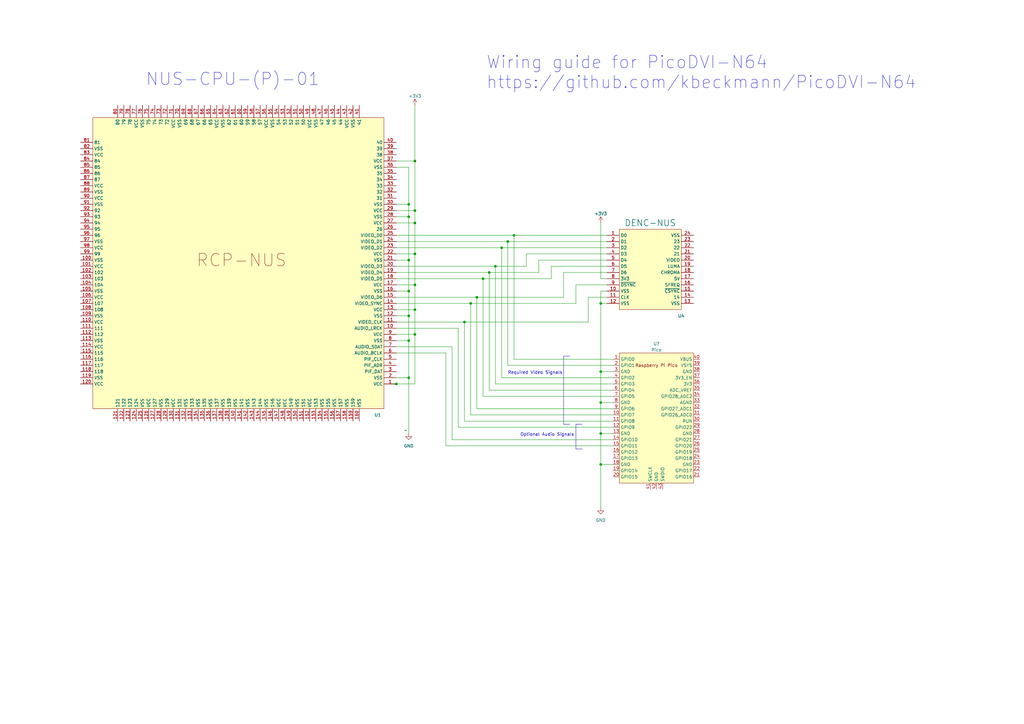
<source format=kicad_sch>
(kicad_sch (version 20230121) (generator eeschema)
  (paper "A3")
  (title_block (title "NUS-CPU-(P)-01") (date "2023-04-05"))
  (lib_symbols
    (symbol "RPi_Pico:Pico"
      (property "Reference" "U" (at -13.97 27.94 0))
      (property "Value" "Pico" (at 0 19.05 0))
      (symbol "Pico_0_0"
        (text "Raspberry Pi Pico" (at 0 21.59 0) (effects (font (size 1.27 1.27))))
      )
      (symbol "Pico_0_1"
        (rectangle (start -15.24 26.67) (end 15.24 -26.67) (fill (type background)))
      )
      (symbol "Pico_1_1"
        (pin bidirectional line (at -17.78 24.13 0) (length 2.54) (name "GPIO0") (number "1"))
        (pin bidirectional line (at -17.78 1.27 0) (length 2.54) (name "GPIO7") (number "10"))
        (pin bidirectional line (at -17.78 -1.27 0) (length 2.54) (name "GPIO8") (number "11"))
        (pin bidirectional line (at -17.78 -3.81 0) (length 2.54) (name "GPIO9") (number "12"))
        (pin power_in line (at -17.78 -6.35 0) (length 2.54) (name "GND") (number "13"))
        (pin bidirectional line (at -17.78 -8.89 0) (length 2.54) (name "GPIO10") (number "14"))
        (pin bidirectional line (at -17.78 -11.43 0) (length 2.54) (name "GPIO11") (number "15"))
        (pin bidirectional line (at -17.78 -13.97 0) (length 2.54) (name "GPIO12") (number "16"))
        (pin bidirectional line (at -17.78 -16.51 0) (length 2.54) (name "GPIO13") (number "17"))
        (pin power_in line (at -17.78 -19.05 0) (length 2.54) (name "GND") (number "18"))
        (pin bidirectional line (at -17.78 -21.59 0) (length 2.54) (name "GPIO14") (number "19"))
        (pin bidirectional line (at -17.78 21.59 0) (length 2.54) (name "GPIO1") (number "2"))
        (pin bidirectional line (at -17.78 -24.13 0) (length 2.54) (name "GPIO15") (number "20"))
        (pin bidirectional line (at 17.78 -24.13 180) (length 2.54) (name "GPIO16") (number "21"))
        (pin bidirectional line (at 17.78 -21.59 180) (length 2.54) (name "GPIO17") (number "22"))
        (pin power_in line (at 17.78 -19.05 180) (length 2.54) (name "GND") (number "23"))
        (pin bidirectional line (at 17.78 -16.51 180) (length 2.54) (name "GPIO18") (number "24"))
        (pin bidirectional line (at 17.78 -13.97 180) (length 2.54) (name "GPIO19") (number "25"))
        (pin bidirectional line (at 17.78 -11.43 180) (length 2.54) (name "GPIO20") (number "26"))
        (pin bidirectional line (at 17.78 -8.89 180) (length 2.54) (name "GPIO21") (number "27"))
        (pin power_in line (at 17.78 -6.35 180) (length 2.54) (name "GND") (number "28"))
        (pin bidirectional line (at 17.78 -3.81 180) (length 2.54) (name "GPIO22") (number "29"))
        (pin power_in line (at -17.78 19.05 0) (length 2.54) (name "GND") (number "3"))
        (pin input line (at 17.78 -1.27 180) (length 2.54) (name "RUN") (number "30"))
        (pin bidirectional line (at 17.78 1.27 180) (length 2.54) (name "GPIO26_ADC0") (number "31"))
        (pin bidirectional line (at 17.78 3.81 180) (length 2.54) (name "GPIO27_ADC1") (number "32"))
        (pin power_in line (at 17.78 6.35 180) (length 2.54) (name "AGND") (number "33"))
        (pin bidirectional line (at 17.78 8.89 180) (length 2.54) (name "GPIO28_ADC2") (number "34"))
        (pin power_in line (at 17.78 11.43 180) (length 2.54) (name "ADC_VREF") (number "35"))
        (pin power_in line (at 17.78 13.97 180) (length 2.54) (name "3V3") (number "36"))
        (pin input line (at 17.78 16.51 180) (length 2.54) (name "3V3_EN") (number "37"))
        (pin bidirectional line (at 17.78 19.05 180) (length 2.54) (name "GND") (number "38"))
        (pin power_in line (at 17.78 21.59 180) (length 2.54) (name "VSYS") (number "39"))
        (pin bidirectional line (at -17.78 16.51 0) (length 2.54) (name "GPIO2") (number "4"))
        (pin power_in line (at 17.78 24.13 180) (length 2.54) (name "VBUS") (number "40"))
        (pin input line (at -2.54 -29.21 90) (length 2.54) (name "SWCLK") (number "41"))
        (pin power_in line (at 0 -29.21 90) (length 2.54) (name "GND") (number "42"))
        (pin bidirectional line (at 2.54 -29.21 90) (length 2.54) (name "SWDIO") (number "43"))
        (pin bidirectional line (at -17.78 13.97 0) (length 2.54) (name "GPIO3") (number "5"))
        (pin bidirectional line (at -17.78 11.43 0) (length 2.54) (name "GPIO4") (number "6"))
        (pin bidirectional line (at -17.78 8.89 0) (length 2.54) (name "GPIO5") (number "7"))
        (pin power_in line (at -17.78 6.35 0) (length 2.54) (name "GND") (number "8"))
        (pin bidirectional line (at -17.78 3.81 0) (length 2.54) (name "GPIO6") (number "9"))
      )
    )
    (symbol "n64:DENC-NUS"
      (property "Reference" "U" (at -2.54 0 0))
      (property "Value" "DENC-NUS" (at -15.24 38.1 0))
      (symbol "DENC-NUS_1_1"
        (rectangle (start -27.94 35.56) (end -2.54 2.54) (fill (type background)))
        (pin bidirectional line (at -33.02 33.02 0) (length 5.08) (name "D0") (number "1"))
        (pin power_in line (at -33.02 10.16 0) (length 5.08) (name "VSS") (number "10"))
        (pin bidirectional line (at -33.02 7.62 0) (length 5.08) (name "CLK") (number "11"))
        (pin power_in line (at -33.02 5.08 0) (length 5.08) (name "VSS") (number "12"))
        (pin power_in line (at 2.54 5.08 180) (length 5.08) (name "VSS") (number "13"))
        (pin bidirectional line (at 2.54 7.62 180) (length 5.08) (name "14") (number "14"))
        (pin bidirectional line (at 2.54 10.16 180) (length 5.08) (name "~{CSYNC}") (number "15"))
        (pin bidirectional line (at 2.54 12.7 180) (length 5.08) (name "SFREQ") (number "16"))
        (pin power_in line (at 2.54 15.24 180) (length 5.08) (name "5V") (number "17"))
        (pin bidirectional line (at 2.54 17.78 180) (length 5.08) (name "CHROMA") (number "18"))
        (pin bidirectional line (at 2.54 20.32 180) (length 5.08) (name "LUMA") (number "19"))
        (pin bidirectional line (at -33.02 30.48 0) (length 5.08) (name "D1") (number "2"))
        (pin bidirectional line (at 2.54 22.86 180) (length 5.08) (name "VIDEO") (number "20"))
        (pin bidirectional line (at 2.54 25.4 180) (length 5.08) (name "21") (number "21"))
        (pin bidirectional line (at 2.54 27.94 180) (length 5.08) (name "22") (number "22"))
        (pin bidirectional line (at 2.54 30.48 180) (length 5.08) (name "23") (number "23"))
        (pin power_in line (at 2.54 33.02 180) (length 5.08) (name "VSS") (number "24"))
        (pin bidirectional line (at -33.02 27.94 0) (length 5.08) (name "D2") (number "3"))
        (pin bidirectional line (at -33.02 25.4 0) (length 5.08) (name "D3") (number "4"))
        (pin bidirectional line (at -33.02 22.86 0) (length 5.08) (name "D4") (number "5"))
        (pin bidirectional line (at -33.02 20.32 0) (length 5.08) (name "D5") (number "6"))
        (pin bidirectional line (at -33.02 17.78 0) (length 5.08) (name "D6") (number "7"))
        (pin power_in line (at -33.02 15.24 0) (length 5.08) (name "3V3") (number "8"))
        (pin bidirectional line (at -33.02 12.7 0) (length 5.08) (name "~{DSYNC}") (number "9"))
      )
    )
    (symbol "n64:RCP-NUS"
      (property "Reference" "U" (at 8.89 6.35 0))
      (symbol "RCP-NUS_1_1"
        (rectangle (start -119.38 134.62) (end 0 15.24) (fill (type background)))
        (text "RCP-NUS" (at -58.42 76.2 0) (effects (font (size 5.08 5.08))))
        (pin bidirectional line (at 5.08 25.4 180) (length 5.08) (name "VCC") (number "1"))
        (pin bidirectional line (at 5.08 48.26 180) (length 5.08) (name "AUDIO_LRCK") (number "10"))
        (pin bidirectional line (at -124.46 76.2 0) (length 5.08) (name "VSS") (number "100"))
        (pin bidirectional line (at -124.46 73.66 0) (length 5.08) (name "VCC") (number "101"))
        (pin bidirectional line (at -124.46 71.12 0) (length 5.08) (name "102") (number "102"))
        (pin bidirectional line (at -124.46 68.58 0) (length 5.08) (name "103") (number "103"))
        (pin bidirectional line (at -124.46 66.04 0) (length 5.08) (name "104") (number "104"))
        (pin bidirectional line (at -124.46 63.5 0) (length 5.08) (name "VSS") (number "105"))
        (pin bidirectional line (at -124.46 60.96 0) (length 5.08) (name "VCC") (number "106"))
        (pin bidirectional line (at -124.46 58.42 0) (length 5.08) (name "107") (number "107"))
        (pin bidirectional line (at -124.46 55.88 0) (length 5.08) (name "108") (number "108"))
        (pin bidirectional line (at -124.46 53.34 0) (length 5.08) (name "VSS") (number "109"))
        (pin bidirectional line (at 5.08 50.8 180) (length 5.08) (name "VIDEO_CLK") (number "11"))
        (pin bidirectional line (at -124.46 50.8 0) (length 5.08) (name "VCC") (number "110"))
        (pin bidirectional line (at -124.46 48.26 0) (length 5.08) (name "111") (number "111"))
        (pin bidirectional line (at -124.46 45.72 0) (length 5.08) (name "112") (number "112"))
        (pin bidirectional line (at -124.46 43.18 0) (length 5.08) (name "VSS") (number "113"))
        (pin bidirectional line (at -124.46 40.64 0) (length 5.08) (name "VCC") (number "114"))
        (pin bidirectional line (at -124.46 38.1 0) (length 5.08) (name "115") (number "115"))
        (pin bidirectional line (at -124.46 35.56 0) (length 5.08) (name "116") (number "116"))
        (pin bidirectional line (at -124.46 33.02 0) (length 5.08) (name "117") (number "117"))
        (pin bidirectional line (at -124.46 30.48 0) (length 5.08) (name "118") (number "118"))
        (pin bidirectional line (at -124.46 27.94 0) (length 5.08) (name "VSS") (number "119"))
        (pin bidirectional line (at 5.08 53.34 180) (length 5.08) (name "VSS") (number "12"))
        (pin bidirectional line (at -124.46 25.4 0) (length 5.08) (name "VCC") (number "120"))
        (pin bidirectional line (at -109.22 10.16 90) (length 5.08) (name "121") (number "121"))
        (pin bidirectional line (at -106.68 10.16 90) (length 5.08) (name "122") (number "122"))
        (pin bidirectional line (at -104.14 10.16 90) (length 5.08) (name "123") (number "123"))
        (pin bidirectional line (at -101.6 10.16 90) (length 5.08) (name "124") (number "124"))
        (pin bidirectional line (at -99.06 10.16 90) (length 5.08) (name "VSS") (number "125"))
        (pin bidirectional line (at -96.52 10.16 90) (length 5.08) (name "VCC") (number "126"))
        (pin bidirectional line (at -93.98 10.16 90) (length 5.08) (name "127") (number "127"))
        (pin bidirectional line (at -91.44 10.16 90) (length 5.08) (name "VSS") (number "128"))
        (pin bidirectional line (at -88.9 10.16 90) (length 5.08) (name "129") (number "129"))
        (pin bidirectional line (at 5.08 55.88 180) (length 5.08) (name "VCC") (number "13"))
        (pin bidirectional line (at -86.36 10.16 90) (length 5.08) (name "VCC") (number "130"))
        (pin bidirectional line (at -83.82 10.16 90) (length 5.08) (name "131") (number "131"))
        (pin bidirectional line (at -81.28 10.16 90) (length 5.08) (name "VSS") (number "132"))
        (pin bidirectional line (at -78.74 10.16 90) (length 5.08) (name "133") (number "133"))
        (pin bidirectional line (at -76.2 10.16 90) (length 5.08) (name "VSS") (number "134"))
        (pin bidirectional line (at -73.66 10.16 90) (length 5.08) (name "135") (number "135"))
        (pin bidirectional line (at -71.12 10.16 90) (length 5.08) (name "VSS") (number "136"))
        (pin bidirectional line (at -68.58 10.16 90) (length 5.08) (name "137") (number "137"))
        (pin bidirectional line (at -66.04 10.16 90) (length 5.08) (name "VSS") (number "138"))
        (pin bidirectional line (at -63.5 10.16 90) (length 5.08) (name "139") (number "139"))
        (pin bidirectional line (at 5.08 58.42 180) (length 5.08) (name "VIDEO_SYNC") (number "14"))
        (pin bidirectional line (at -60.96 10.16 90) (length 5.08) (name "VSS") (number "140"))
        (pin bidirectional line (at -58.42 10.16 90) (length 5.08) (name "141") (number "141"))
        (pin bidirectional line (at -55.88 10.16 90) (length 5.08) (name "VSS") (number "142"))
        (pin bidirectional line (at -53.34 10.16 90) (length 5.08) (name "143") (number "143"))
        (pin bidirectional line (at -50.8 10.16 90) (length 5.08) (name "144") (number "144"))
        (pin bidirectional line (at -48.26 10.16 90) (length 5.08) (name "VSS") (number "145"))
        (pin bidirectional line (at -45.72 10.16 90) (length 5.08) (name "146") (number "146"))
        (pin bidirectional line (at -43.18 10.16 90) (length 5.08) (name "VCC") (number "147"))
        (pin bidirectional line (at -40.64 10.16 90) (length 5.08) (name "VCC") (number "148"))
        (pin bidirectional line (at -38.1 10.16 90) (length 5.08) (name "149") (number "149"))
        (pin bidirectional line (at 5.08 60.96 180) (length 5.08) (name "VIDEO_D6") (number "15"))
        (pin bidirectional line (at -35.56 10.16 90) (length 5.08) (name "VSS") (number "150"))
        (pin bidirectional line (at -33.02 10.16 90) (length 5.08) (name "151") (number "151"))
        (pin bidirectional line (at -30.48 10.16 90) (length 5.08) (name "VCC") (number "152"))
        (pin bidirectional line (at -27.94 10.16 90) (length 5.08) (name "153") (number "153"))
        (pin bidirectional line (at -25.4 10.16 90) (length 5.08) (name "VSS") (number "154"))
        (pin bidirectional line (at -22.86 10.16 90) (length 5.08) (name "155") (number "155"))
        (pin bidirectional line (at -20.32 10.16 90) (length 5.08) (name "VSS") (number "156"))
        (pin bidirectional line (at -17.78 10.16 90) (length 5.08) (name "157") (number "157"))
        (pin bidirectional line (at -15.24 10.16 90) (length 5.08) (name "VSS") (number "158"))
        (pin bidirectional line (at -12.7 10.16 90) (length 5.08) (name "159") (number "159"))
        (pin bidirectional line (at 5.08 63.5 180) (length 5.08) (name "VSS") (number "16"))
        (pin bidirectional line (at -10.16 10.16 90) (length 5.08) (name "VSS") (number "160"))
        (pin bidirectional line (at 5.08 66.04 180) (length 5.08) (name "VCC") (number "17"))
        (pin bidirectional line (at 5.08 68.58 180) (length 5.08) (name "VIDEO_D5") (number "18"))
        (pin bidirectional line (at 5.08 71.12 180) (length 5.08) (name "VIDEO_D4") (number "19"))
        (pin bidirectional line (at 5.08 27.94 180) (length 5.08) (name "VSS") (number "2"))
        (pin bidirectional line (at 5.08 73.66 180) (length 5.08) (name "VIDEO_D3") (number "20"))
        (pin bidirectional line (at 5.08 76.2 180) (length 5.08) (name "VSS") (number "21"))
        (pin bidirectional line (at 5.08 78.74 180) (length 5.08) (name "VCC") (number "22"))
        (pin bidirectional line (at 5.08 81.28 180) (length 5.08) (name "VIDEO_D2") (number "23"))
        (pin bidirectional line (at 5.08 83.82 180) (length 5.08) (name "VIDEO_D1") (number "24"))
        (pin bidirectional line (at 5.08 86.36 180) (length 5.08) (name "VIDEO_D0") (number "25"))
        (pin bidirectional line (at 5.08 88.9 180) (length 5.08) (name "26") (number "26"))
        (pin bidirectional line (at 5.08 91.44 180) (length 5.08) (name "VCC") (number "27"))
        (pin bidirectional line (at 5.08 93.98 180) (length 5.08) (name "VSS") (number "28"))
        (pin bidirectional line (at 5.08 96.52 180) (length 5.08) (name "VCC") (number "29"))
        (pin bidirectional line (at 5.08 30.48 180) (length 5.08) (name "PIF_DAT") (number "3"))
        (pin bidirectional line (at 5.08 99.06 180) (length 5.08) (name "VSS") (number "30"))
        (pin bidirectional line (at 5.08 101.6 180) (length 5.08) (name "31") (number "31"))
        (pin bidirectional line (at 5.08 104.14 180) (length 5.08) (name "32") (number "32"))
        (pin bidirectional line (at 5.08 106.68 180) (length 5.08) (name "33") (number "33"))
        (pin bidirectional line (at 5.08 109.22 180) (length 5.08) (name "34") (number "34"))
        (pin bidirectional line (at 5.08 111.76 180) (length 5.08) (name "35") (number "35"))
        (pin bidirectional line (at 5.08 114.3 180) (length 5.08) (name "VSS") (number "36"))
        (pin bidirectional line (at 5.08 116.84 180) (length 5.08) (name "VCC") (number "37"))
        (pin bidirectional line (at 5.08 119.38 180) (length 5.08) (name "38") (number "38"))
        (pin bidirectional line (at 5.08 121.92 180) (length 5.08) (name "39") (number "39"))
        (pin bidirectional line (at 5.08 33.02 180) (length 5.08) (name "PIF_ADR") (number "4"))
        (pin bidirectional line (at 5.08 124.46 180) (length 5.08) (name "40") (number "40"))
        (pin bidirectional line (at -10.16 139.7 270) (length 5.08) (name "41") (number "41"))
        (pin bidirectional line (at -12.7 139.7 270) (length 5.08) (name "VSS") (number "42"))
        (pin bidirectional line (at -15.24 139.7 270) (length 5.08) (name "VCC") (number "43"))
        (pin bidirectional line (at -17.78 139.7 270) (length 5.08) (name "44") (number "44"))
        (pin bidirectional line (at -20.32 139.7 270) (length 5.08) (name "45") (number "45"))
        (pin bidirectional line (at -22.86 139.7 270) (length 5.08) (name "46") (number "46"))
        (pin bidirectional line (at -25.4 139.7 270) (length 5.08) (name "47") (number "47"))
        (pin bidirectional line (at -27.94 139.7 270) (length 5.08) (name "VSS") (number "48"))
        (pin bidirectional line (at -30.48 139.7 270) (length 5.08) (name "VCC") (number "49"))
        (pin bidirectional line (at 5.08 35.56 180) (length 5.08) (name "PIF_CLK") (number "5"))
        (pin bidirectional line (at -33.02 139.7 270) (length 5.08) (name "50") (number "50"))
        (pin bidirectional line (at -35.56 139.7 270) (length 5.08) (name "51") (number "51"))
        (pin bidirectional line (at -38.1 139.7 270) (length 5.08) (name "52") (number "52"))
        (pin bidirectional line (at -40.64 139.7 270) (length 5.08) (name "53") (number "53"))
        (pin bidirectional line (at -43.18 139.7 270) (length 5.08) (name "54") (number "54"))
        (pin bidirectional line (at -45.72 139.7 270) (length 5.08) (name "VSS") (number "55"))
        (pin bidirectional line (at -48.26 139.7 270) (length 5.08) (name "VCC") (number "56"))
        (pin bidirectional line (at -50.8 139.7 270) (length 5.08) (name "57") (number "57"))
        (pin bidirectional line (at -53.34 139.7 270) (length 5.08) (name "58") (number "58"))
        (pin bidirectional line (at -55.88 139.7 270) (length 5.08) (name "59") (number "59"))
        (pin bidirectional line (at 5.08 38.1 180) (length 5.08) (name "AUDIO_BCLK") (number "6"))
        (pin bidirectional line (at -58.42 139.7 270) (length 5.08) (name "60") (number "60"))
        (pin bidirectional line (at -60.96 139.7 270) (length 5.08) (name "61") (number "61"))
        (pin bidirectional line (at -63.5 139.7 270) (length 5.08) (name "62") (number "62"))
        (pin bidirectional line (at -66.04 139.7 270) (length 5.08) (name "VSS") (number "63"))
        (pin bidirectional line (at -68.58 139.7 270) (length 5.08) (name "VCC") (number "64"))
        (pin bidirectional line (at -71.12 139.7 270) (length 5.08) (name "65") (number "65"))
        (pin bidirectional line (at -73.66 139.7 270) (length 5.08) (name "66") (number "66"))
        (pin bidirectional line (at -76.2 139.7 270) (length 5.08) (name "67") (number "67"))
        (pin bidirectional line (at -78.74 139.7 270) (length 5.08) (name "68") (number "68"))
        (pin bidirectional line (at -81.28 139.7 270) (length 5.08) (name "69") (number "69"))
        (pin bidirectional line (at 5.08 40.64 180) (length 5.08) (name "AUDIO_SDAT") (number "7"))
        (pin bidirectional line (at -83.82 139.7 270) (length 5.08) (name "VSS") (number "70"))
        (pin bidirectional line (at -86.36 139.7 270) (length 5.08) (name "VCC") (number "71"))
        (pin bidirectional line (at -88.9 139.7 270) (length 5.08) (name "72") (number "72"))
        (pin bidirectional line (at -91.44 139.7 270) (length 5.08) (name "73") (number "73"))
        (pin bidirectional line (at -93.98 139.7 270) (length 5.08) (name "74") (number "74"))
        (pin bidirectional line (at -96.52 139.7 270) (length 5.08) (name "75") (number "75"))
        (pin bidirectional line (at -99.06 139.7 270) (length 5.08) (name "VSS") (number "76"))
        (pin bidirectional line (at -101.6 139.7 270) (length 5.08) (name "VCC") (number "77"))
        (pin bidirectional line (at -104.14 139.7 270) (length 5.08) (name "78") (number "78"))
        (pin bidirectional line (at -106.68 139.7 270) (length 5.08) (name "79") (number "79"))
        (pin bidirectional line (at 5.08 43.18 180) (length 5.08) (name "VSS") (number "8"))
        (pin bidirectional line (at -109.22 139.7 270) (length 5.08) (name "80") (number "80"))
        (pin bidirectional line (at -124.46 124.46 0) (length 5.08) (name "81") (number "81"))
        (pin bidirectional line (at -124.46 121.92 0) (length 5.08) (name "VSS") (number "82"))
        (pin bidirectional line (at -124.46 119.38 0) (length 5.08) (name "VCC") (number "83"))
        (pin bidirectional line (at -124.46 116.84 0) (length 5.08) (name "84") (number "84"))
        (pin bidirectional line (at -124.46 114.3 0) (length 5.08) (name "85") (number "85"))
        (pin bidirectional line (at -124.46 111.76 0) (length 5.08) (name "86") (number "86"))
        (pin bidirectional line (at -124.46 109.22 0) (length 5.08) (name "87") (number "87"))
        (pin bidirectional line (at -124.46 106.68 0) (length 5.08) (name "VCC") (number "88"))
        (pin bidirectional line (at -124.46 104.14 0) (length 5.08) (name "VSS") (number "89"))
        (pin bidirectional line (at 5.08 45.72 180) (length 5.08) (name "VCC") (number "9"))
        (pin bidirectional line (at -124.46 101.6 0) (length 5.08) (name "VCC") (number "90"))
        (pin bidirectional line (at -124.46 99.06 0) (length 5.08) (name "VSS") (number "91"))
        (pin bidirectional line (at -124.46 96.52 0) (length 5.08) (name "92") (number "92"))
        (pin bidirectional line (at -124.46 93.98 0) (length 5.08) (name "93") (number "93"))
        (pin bidirectional line (at -124.46 91.44 0) (length 5.08) (name "94") (number "94"))
        (pin bidirectional line (at -124.46 88.9 0) (length 5.08) (name "95") (number "95"))
        (pin bidirectional line (at -124.46 86.36 0) (length 5.08) (name "96") (number "96"))
        (pin bidirectional line (at -124.46 83.82 0) (length 5.08) (name "VSS") (number "97"))
        (pin bidirectional line (at -124.46 81.28 0) (length 5.08) (name "VCC") (number "98"))
        (pin bidirectional line (at -124.46 78.74 0) (length 5.08) (name "99") (number "99"))
      )
    )
    (symbol "power:+3V3" (power) (pin_names (offset 0))
      (property "Value" "+3V3" (at 0 3.556 0))
      (symbol "+3V3_0_1"
        (polyline (pts (xy -0.762 1.27) (xy 0 2.54)))
        (polyline (pts (xy 0 0) (xy 0 2.54)))
        (polyline (pts (xy 0 2.54) (xy 0.762 1.27)))
      )
      (symbol "+3V3_1_1"
        (pin power_in line (at 0 0 90) (length 0) hide (name "+3V3") (number "1"))
      )
    )
    (symbol "power:GND" (power) (pin_names (offset 0))
      (property "Value" "GND" (at 0 -3.81 0))
      (symbol "GND_0_1"
        (polyline (pts (xy 0 0) (xy 0 -1.27) (xy 1.27 -1.27) (xy 0 -2.54) (xy -1.27 -1.27) (xy 0 -1.27)))
      )
      (symbol "GND_1_1"
        (pin power_in line (at 0 0 270) (length 0) hide (name "GND") (number "1"))
      )
    )
  )
  (junction (at 193.04 124.46))
  (junction (at 210.82 96.52))
  (junction (at 170.18 137.16))
  (junction (at 246.38 165.1))
  (junction (at 208.28 99.06))
  (junction (at 170.18 116.84))
  (junction (at 246.38 152.4))
  (junction (at 205.74 101.6))
  (junction (at 203.2 109.22))
  (junction (at 167.64 106.68))
  (junction (at 167.64 88.9))
  (junction (at 170.18 127))
  (junction (at 167.64 129.54))
  (junction (at 246.38 124.46))
  (junction (at 167.64 139.7))
  (junction (at 167.64 154.94))
  (junction (at 170.18 91.44))
  (junction (at 195.58 121.92))
  (junction (at 200.66 111.76))
  (junction (at 198.12 114.3))
  (junction (at 190.5 132.08))
  (junction (at 162.56 157.48))
  (junction (at 170.18 104.14))
  (junction (at 246.38 177.8))
  (junction (at 170.18 66.04))
  (junction (at 170.18 86.36))
  (junction (at 246.38 190.5))
  (junction (at 167.64 119.38))
  (junction (at 167.64 83.82))
  (wire (pts (xy 170.18 86.36) (xy 170.18 91.44)))
  (wire (pts (xy 220.98 111.76) (xy 200.66 111.76)))
  (wire (pts (xy 182.88 182.88) (xy 251.46 182.88)))
  (wire (pts (xy 203.2 109.22) (xy 215.9 109.22)))
  (wire (pts (xy 200.66 111.76) (xy 200.66 160.02)))
  (wire (pts (xy 246.38 165.1) (xy 246.38 177.8)))
  (wire (pts (xy 162.56 88.9) (xy 167.64 88.9)))
  (wire (pts (xy 226.06 109.22) (xy 248.92 109.22)))
  (wire (pts (xy 167.64 177.8) (xy 167.64 154.94)))
  (wire (pts (xy 246.38 177.8) (xy 246.38 190.5)))
  (wire (pts (xy 200.66 111.76) (xy 162.56 111.76)))
  (wire (pts (xy 200.66 160.02) (xy 251.46 160.02)))
  (wire (pts (xy 248.92 121.92) (xy 241.3 121.92)))
  (wire (pts (xy 246.38 165.1) (xy 251.46 165.1)))
  (wire (pts (xy 185.42 142.24) (xy 185.42 180.34)))
  (wire (pts (xy 248.92 116.84) (xy 236.22 116.84)))
  (wire (pts (xy 162.56 104.14) (xy 170.18 104.14)))
  (wire (pts (xy 170.18 137.16) (xy 170.18 157.48)))
  (wire (pts (xy 193.04 124.46) (xy 162.56 124.46)))
  (wire (pts (xy 162.56 116.84) (xy 170.18 116.84)))
  (wire (pts (xy 170.18 127) (xy 170.18 137.16)))
  (wire (pts (xy 170.18 91.44) (xy 170.18 104.14)))
  (wire (pts (xy 195.58 167.64) (xy 251.46 167.64)))
  (wire (pts (xy 170.18 104.14) (xy 170.18 116.84)))
  (wire (pts (xy 215.9 104.14) (xy 248.92 104.14)))
  (wire (pts (xy 246.38 91.44) (xy 246.38 114.3)))
  (wire (pts (xy 162.56 96.52) (xy 210.82 96.52)))
  (wire (pts (xy 162.56 142.24) (xy 185.42 142.24)))
  (wire (pts (xy 195.58 121.92) (xy 195.58 167.64)))
  (wire (pts (xy 246.38 190.5) (xy 246.38 208.28)))
  (wire (pts (xy 162.56 119.38) (xy 167.64 119.38)))
  (wire (pts (xy 236.22 116.84) (xy 236.22 124.46)))
  (wire (pts (xy 167.64 129.54) (xy 167.64 119.38)))
  (wire (pts (xy 170.18 116.84) (xy 170.18 127)))
  (wire (pts (xy 198.12 114.3) (xy 226.06 114.3)))
  (wire (pts (xy 162.56 109.22) (xy 203.2 109.22)))
  (wire (pts (xy 193.04 124.46) (xy 193.04 170.18)))
  (wire (pts (xy 248.92 106.68) (xy 220.98 106.68)))
  (wire (pts (xy 167.64 119.38) (xy 167.64 106.68)))
  (wire (pts (xy 162.56 114.3) (xy 198.12 114.3)))
  (wire (pts (xy 251.46 149.86) (xy 208.28 149.86)))
  (wire (pts (xy 246.38 119.38) (xy 246.38 124.46)))
  (polyline (pts (xy 236.22 173.99) (xy 236.22 184.15)))
  (wire (pts (xy 162.56 127) (xy 170.18 127)))
  (wire (pts (xy 231.14 121.92) (xy 195.58 121.92)))
  (wire (pts (xy 185.42 180.34) (xy 251.46 180.34)))
  (wire (pts (xy 182.88 144.78) (xy 182.88 182.88)))
  (wire (pts (xy 248.92 111.76) (xy 231.14 111.76)))
  (wire (pts (xy 246.38 152.4) (xy 251.46 152.4)))
  (wire (pts (xy 226.06 114.3) (xy 226.06 109.22)))
  (wire (pts (xy 167.64 68.58) (xy 162.56 68.58)))
  (wire (pts (xy 198.12 114.3) (xy 198.12 162.56)))
  (wire (pts (xy 190.5 132.08) (xy 162.56 132.08)))
  (wire (pts (xy 162.56 91.44) (xy 170.18 91.44)))
  (wire (pts (xy 203.2 109.22) (xy 203.2 157.48)))
  (wire (pts (xy 248.92 119.38) (xy 246.38 119.38)))
  (wire (pts (xy 162.56 144.78) (xy 182.88 144.78)))
  (wire (pts (xy 167.64 83.82) (xy 167.64 68.58)))
  (wire (pts (xy 241.3 132.08) (xy 190.5 132.08)))
  (wire (pts (xy 162.56 154.94) (xy 167.64 154.94)))
  (wire (pts (xy 210.82 96.52) (xy 248.92 96.52)))
  (polyline (pts (xy 231.14 173.99) (xy 231.14 146.05)))
  (wire (pts (xy 205.74 101.6) (xy 248.92 101.6)))
  (wire (pts (xy 246.38 114.3) (xy 248.92 114.3)))
  (wire (pts (xy 236.22 124.46) (xy 193.04 124.46)))
  (wire (pts (xy 170.18 43.18) (xy 170.18 66.04)))
  (wire (pts (xy 246.38 152.4) (xy 246.38 165.1)))
  (wire (pts (xy 162.56 139.7) (xy 167.64 139.7)))
  (wire (pts (xy 190.5 172.72) (xy 251.46 172.72)))
  (wire (pts (xy 187.96 175.26) (xy 251.46 175.26)))
  (wire (pts (xy 162.56 157.48) (xy 160.02 157.48)))
  (wire (pts (xy 162.56 106.68) (xy 167.64 106.68)))
  (polyline (pts (xy 236.22 184.15) (xy 238.76 184.15)))
  (wire (pts (xy 167.64 154.94) (xy 167.64 139.7)))
  (wire (pts (xy 215.9 109.22) (xy 215.9 104.14)))
  (wire (pts (xy 170.18 157.48) (xy 162.56 157.48)))
  (wire (pts (xy 205.74 101.6) (xy 205.74 154.94)))
  (wire (pts (xy 162.56 129.54) (xy 167.64 129.54)))
  (wire (pts (xy 190.5 132.08) (xy 190.5 172.72)))
  (wire (pts (xy 162.56 66.04) (xy 170.18 66.04)))
  (wire (pts (xy 198.12 162.56) (xy 251.46 162.56)))
  (wire (pts (xy 246.38 124.46) (xy 248.92 124.46)))
  (wire (pts (xy 210.82 96.52) (xy 210.82 147.32)))
  (wire (pts (xy 167.64 106.68) (xy 167.64 88.9)))
  (wire (pts (xy 167.64 139.7) (xy 167.64 129.54)))
  (wire (pts (xy 203.2 157.48) (xy 251.46 157.48)))
  (wire (pts (xy 162.56 99.06) (xy 208.28 99.06)))
  (wire (pts (xy 162.56 134.62) (xy 187.96 134.62)))
  (wire (pts (xy 208.28 149.86) (xy 208.28 99.06)))
  (wire (pts (xy 170.18 66.04) (xy 170.18 86.36)))
  (wire (pts (xy 231.14 111.76) (xy 231.14 121.92)))
  (wire (pts (xy 162.56 83.82) (xy 167.64 83.82)))
  (wire (pts (xy 167.64 88.9) (xy 167.64 83.82)))
  (wire (pts (xy 246.38 190.5) (xy 251.46 190.5)))
  (wire (pts (xy 246.38 177.8) (xy 251.46 177.8)))
  (wire (pts (xy 210.82 147.32) (xy 251.46 147.32)))
  (wire (pts (xy 220.98 106.68) (xy 220.98 111.76)))
  (wire (pts (xy 193.04 170.18) (xy 251.46 170.18)))
  (polyline (pts (xy 231.14 146.05) (xy 233.68 146.05)))
  (wire (pts (xy 162.56 137.16) (xy 170.18 137.16)))
  (wire (pts (xy 208.28 99.06) (xy 248.92 99.06)))
  (wire (pts (xy 187.96 134.62) (xy 187.96 175.26)))
  (wire (pts (xy 241.3 121.92) (xy 241.3 132.08)))
  (wire (pts (xy 162.56 86.36) (xy 170.18 86.36)))
  (polyline (pts (xy 233.68 173.99) (xy 231.14 173.99)))
  (wire (pts (xy 205.74 154.94) (xy 251.46 154.94)))
  (wire (pts (xy 246.38 124.46) (xy 246.38 152.4)))
  (polyline (pts (xy 238.76 173.99) (xy 236.22 173.99)))
  (wire (pts (xy 162.56 101.6) (xy 205.74 101.6)))
  (wire (pts (xy 195.58 121.92) (xy 162.56 121.92)))
  (text "Required Video Signals" (at 208.28 153.67 0) (effects (font (size 1.27 1.27)) (justify left bottom)))
  (text "Wiring guide for PicoDVI-N64\nhttps://github.com/kbeckmann/PicoDVI-N64" (at 199.39 36.83 0) (effects (font (size 5.08 5.08)) (justify left bottom)))
  (text "Optional Audio Signals" (at 213.36 179.07 0) (effects (font (size 1.27 1.27)) (justify left bottom)))
  (text "NUS-CPU-(P)-01" (at 59.69 35.56 0) (effects (font (size 5.08 5.08)) (justify left bottom)))
  (symbol (lib_id "power:+3V3") (at 246.38 91.44 0) (unit 1)
    (property "Reference" "#PWR03" (effects hide))
    (property "Value" "+3V3" (at 246.38 87.63 0))
    (instances (project "n64-kicad" (path "" (reference "#PWR03") (unit 1)) (path "" (reference "#PWR03") (unit 1)) (path "" (reference "#PWR07") (unit 1))))
  )
  (symbol (lib_id "power:GND") (at 246.38 208.28 0) (unit 1)
    (property "Reference" "#PWR04" (effects hide))
    (property "Value" "GND" (at 246.38 213.36 0))
    (instances (project "n64-kicad" (path "" (reference "#PWR04") (unit 1)) (path "" (reference "#PWR04") (unit 1)) (path "" (reference "#PWR08") (unit 1))))
  )
  (symbol (lib_id "RPi_Pico:Pico") (at 269.24 171.45 0) (unit 1)
    (property "Reference" "U?" (at 269.24 140.97 0))
    (property "Value" "Pico" (at 269.24 143.51 0))
    (property "Footprint" "RPi_Pico:RPi_Pico_SMD_TH" (effects hide))
  )
  (symbol (lib_id "power:+3V3") (at 170.18 43.18 0) (unit 1)
    (property "Reference" "#PWR02" (effects hide))
    (property "Value" "+3V3" (at 170.18 39.37 0))
    (instances (project "n64-kicad" (path "" (reference "#PWR02") (unit 1)) (path "" (reference "#PWR02") (unit 1)) (path "" (reference "#PWR06") (unit 1))))
  )
  (symbol (lib_id "n64:DENC-NUS") (at 281.94 129.54 0) (unit 1)
    (property "Reference" "U4" (at 279.4 129.54 0))
    (property "Value" "DENC-NUS" (at 266.7 91.44 0) (effects (font (size 2.54 2.54))))
  )
  (symbol (lib_id "n64:RCP-NUS") (at 157.48 182.88 0) (unit 1)
    (property "Reference" "U1" (at 154.94 170.18 0))
    (property "Value" "~" (at 166.37 176.53 0))
    (instances (project "n64-kicad" (path "" (reference "U1") (unit 1)) (path "" (reference "U1") (unit 1)) (path "" (reference "U3") (unit 1))))
  )
  (symbol (lib_id "power:GND") (at 167.64 177.8 0) (unit 1)
    (property "Reference" "#PWR01" (effects hide))
    (property "Value" "GND" (at 167.64 182.88 0))
    (instances (project "n64-kicad" (path "" (reference "#PWR01") (unit 1)) (path "" (reference "#PWR01") (unit 1)) (path "" (reference "#PWR05") (unit 1))))
  )
)
</source>
